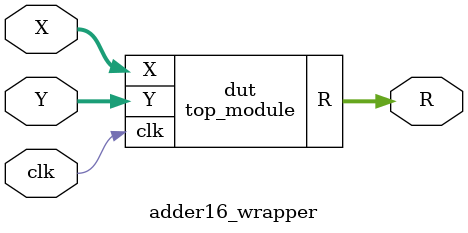
<source format=v>
/* Generated by Yosys 0.42+12 (git sha1 a55e8594b, clang++ 14.0.0-1ubuntu1.1 -fPIC -Os) */

(* top =  1  *)
(* src = "adder16_wrapper.v:3.1-19.10" *)
module adder16_wrapper(clk, X, Y, R);
  (* src = "adder16_wrapper.v:7.24-7.25" *)
  output [16:0] R;
  wire [16:0] R;
  (* src = "adder16_wrapper.v:5.24-5.25" *)
  input [15:0] X;
  wire [15:0] X;
  (* src = "adder16_wrapper.v:6.24-6.25" *)
  input [15:0] Y;
  wire [15:0] Y;
  (* src = "adder16_wrapper.v:4.24-4.27" *)
  input clk;
  wire clk;
  (* blackbox = 32'd1 *)
  (* module_not_derived = 32'd1 *)
  (* src = "adder16_wrapper.v:12.14-17.4" *)
  top_module dut (
    .R(R),
    .X(X),
    .Y(Y),
    .clk(clk)
  );
endmodule

module top_module(clk, X, Y, R);
  wire _000_;
  wire _001_;
  wire _002_;
  wire _003_;
  wire _004_;
  wire _005_;
  wire _006_;
  wire _007_;
  wire _008_;
  wire _009_;
  wire _010_;
  wire _011_;
  wire _012_;
  wire _013_;
  wire _014_;
  wire _015_;
  wire _016_;
  wire _017_;
  wire _018_;
  wire _019_;
  wire _020_;
  wire _021_;
  wire _022_;
  wire _023_;
  wire _024_;
  wire _025_;
  wire _026_;
  wire _027_;
  wire _028_;
  wire _029_;
  wire _030_;
  wire _031_;
  wire _032_;
  wire _033_;
  wire _034_;
  wire _035_;
  wire _036_;
  wire _037_;
  wire _038_;
  wire _039_;
  wire _040_;
  wire _041_;
  wire _042_;
  wire _043_;
  wire _044_;
  wire _045_;
  wire _046_;
  wire _047_;
  wire _048_;
  wire _049_;
  wire _050_;
  wire _051_;
  wire _052_;
  wire _053_;
  wire _054_;
  wire _055_;
  wire _056_;
  wire _057_;
  wire _058_;
  wire _059_;
  wire _060_;
  wire _061_;
  wire _062_;
  wire _063_;
  wire _064_;
  wire _065_;
  wire _066_;
  wire _067_;
  wire _068_;
  wire _069_;
  wire _070_;
  wire _071_;
  wire _072_;
  wire _073_;
  wire _074_;
  wire _075_;
  wire _076_;
  wire _077_;
  wire _078_;
  wire _079_;
  wire _080_;
  wire _081_;
  wire _082_;
  wire _083_;
  wire _084_;
  wire _085_;
  wire _086_;
  wire _087_;
  wire _088_;
  wire _089_;
  wire _090_;
  wire _091_;
  wire _092_;
  wire _093_;
  output [16:0] R;
  wire [16:0] R;
  input [15:0] X;
  wire [15:0] X;
  input [15:0] Y;
  wire [15:0] Y;
  input clk;
  wire clk;
  wire [16:0] x_int;
  wire [16:0] y_int;
  assign _044_ = ~(Y[13] ^ X[13]);
  assign _045_ = ~(Y[12] & X[12]);
  assign _046_ = ~(Y[12] ^ X[12]);
  assign _047_ = Y[11] & X[11];
  assign _048_ = Y[11] ^ X[11];
  assign _049_ = ~(Y[10] & X[10]);
  assign _050_ = _048_ & ~(_049_);
  assign _051_ = _050_ | _047_;
  assign _052_ = ~(Y[10] ^ X[10]);
  assign _053_ = _048_ & ~(_052_);
  assign _054_ = ~(Y[9] & X[9]);
  assign _055_ = ~(Y[9] ^ X[9]);
  assign _056_ = ~(Y[8] & X[8]);
  assign _057_ = ~(_056_ | _055_);
  assign _058_ = _054_ & ~(_057_);
  assign _059_ = _053_ & ~(_058_);
  assign _060_ = _059_ | _051_;
  assign _061_ = ~(Y[8] ^ X[8]);
  assign _062_ = _061_ | _055_;
  assign _063_ = _053_ & ~(_062_);
  assign _064_ = ~(Y[7] & X[7]);
  assign _065_ = Y[7] ^ X[7];
  assign _066_ = ~(Y[6] & X[6]);
  assign _067_ = _065_ & ~(_066_);
  assign _068_ = _064_ & ~(_067_);
  assign _069_ = ~(Y[6] ^ X[6]);
  assign _070_ = _065_ & ~(_069_);
  assign _071_ = ~(Y[5] & X[5]);
  assign _072_ = Y[5] ^ X[5];
  assign _073_ = ~(Y[4] & X[4]);
  assign _074_ = _072_ & ~(_073_);
  assign _075_ = _071_ & ~(_074_);
  assign _076_ = _070_ & ~(_075_);
  assign _077_ = _068_ & ~(_076_);
  assign _078_ = ~(Y[4] ^ X[4]);
  assign _079_ = _078_ | ~(_072_);
  assign _080_ = _070_ & ~(_079_);
  assign _081_ = ~(Y[3] & X[3]);
  assign _082_ = Y[3] ^ X[3];
  assign _083_ = ~(Y[2] & X[2]);
  assign _084_ = _082_ & ~(_083_);
  assign _085_ = _081_ & ~(_084_);
  assign _086_ = ~(Y[2] ^ X[2]);
  assign _087_ = _082_ & ~(_086_);
  assign _088_ = ~(Y[1] & X[1]);
  assign _089_ = Y[1] ^ X[1];
  assign _090_ = ~(Y[0] & X[0]);
  assign _091_ = _089_ & ~(_090_);
  assign _092_ = _088_ & ~(_091_);
  assign _093_ = _087_ & ~(_092_);
  assign _000_ = _085_ & ~(_093_);
  assign _001_ = _080_ & ~(_000_);
  assign _002_ = _077_ & ~(_001_);
  assign _003_ = _063_ & ~(_002_);
  assign _004_ = ~(_003_ | _060_);
  assign _005_ = ~(_004_ | _046_);
  assign _006_ = _045_ & ~(_005_);
  assign R[13] = _006_ ^ _044_;
  assign _007_ = ~(Y[14] ^ X[14]);
  assign _008_ = Y[13] & X[13];
  assign _009_ = ~(_045_ | _044_);
  assign _010_ = ~(_009_ | _008_);
  assign _011_ = _046_ | _044_;
  assign _012_ = ~(_011_ | _004_);
  assign _013_ = _010_ & ~(_012_);
  assign R[14] = _013_ ^ _007_;
  assign _014_ = ~(Y[15] ^ X[15]);
  assign _015_ = ~(Y[14] & X[14]);
  assign _016_ = ~(_013_ | _007_);
  assign _017_ = _015_ & ~(_016_);
  assign R[15] = _017_ ^ _014_;
  assign _018_ = ~(Y[15] & X[15]);
  assign _019_ = ~(_015_ | _014_);
  assign _020_ = _018_ & ~(_019_);
  assign _021_ = _014_ | _007_;
  assign _022_ = ~(_021_ | _010_);
  assign _023_ = _020_ & ~(_022_);
  assign _024_ = _021_ | _011_;
  assign _025_ = _060_ & ~(_024_);
  assign _026_ = _023_ & ~(_025_);
  assign _027_ = _024_ | ~(_063_);
  assign _028_ = ~(_027_ | _002_);
  assign _029_ = _026_ & ~(_028_);
  assign R[16] = _029_ ^ _014_;
  assign R[0] = Y[0] ^ X[0];
  assign R[1] = ~(_090_ ^ _089_);
  assign R[2] = _092_ ^ _086_;
  assign _030_ = ~(_092_ | _086_);
  assign _031_ = _030_ | ~(_083_);
  assign R[3] = _031_ ^ _082_;
  assign R[4] = _000_ ^ _078_;
  assign _032_ = ~(_000_ | _078_);
  assign _033_ = _032_ | ~(_073_);
  assign R[5] = _033_ ^ _072_;
  assign _034_ = ~(_000_ | _079_);
  assign _035_ = _075_ & ~(_034_);
  assign R[6] = _035_ ^ _069_;
  assign _036_ = ~(_035_ | _069_);
  assign _037_ = _036_ | ~(_066_);
  assign R[7] = _037_ ^ _065_;
  assign R[8] = _002_ ^ _061_;
  assign _038_ = ~(_002_ | _061_);
  assign _039_ = _056_ & ~(_038_);
  assign R[9] = _039_ ^ _055_;
  assign _040_ = ~(_002_ | _062_);
  assign _041_ = _058_ & ~(_040_);
  assign R[10] = _041_ ^ _052_;
  assign _042_ = ~(_041_ | _052_);
  assign _043_ = _042_ | ~(_049_);
  assign R[11] = _043_ ^ _048_;
  assign R[12] = _004_ ^ _046_;
  assign x_int = { X[15], X };
  assign y_int = { Y[15], Y };
endmodule

</source>
